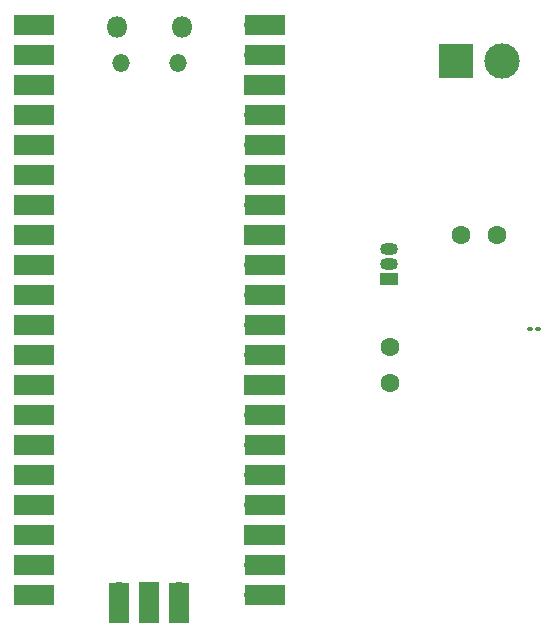
<source format=gbr>
%TF.GenerationSoftware,KiCad,Pcbnew,8.0.0*%
%TF.CreationDate,2024-03-28T11:04:24-03:00*%
%TF.ProjectId,PonderadaSemana6,506f6e64-6572-4616-9461-53656d616e61,rev?*%
%TF.SameCoordinates,Original*%
%TF.FileFunction,Soldermask,Top*%
%TF.FilePolarity,Negative*%
%FSLAX46Y46*%
G04 Gerber Fmt 4.6, Leading zero omitted, Abs format (unit mm)*
G04 Created by KiCad (PCBNEW 8.0.0) date 2024-03-28 11:04:24*
%MOMM*%
%LPD*%
G01*
G04 APERTURE LIST*
G04 Aperture macros list*
%AMRoundRect*
0 Rectangle with rounded corners*
0 $1 Rounding radius*
0 $2 $3 $4 $5 $6 $7 $8 $9 X,Y pos of 4 corners*
0 Add a 4 corners polygon primitive as box body*
4,1,4,$2,$3,$4,$5,$6,$7,$8,$9,$2,$3,0*
0 Add four circle primitives for the rounded corners*
1,1,$1+$1,$2,$3*
1,1,$1+$1,$4,$5*
1,1,$1+$1,$6,$7*
1,1,$1+$1,$8,$9*
0 Add four rect primitives between the rounded corners*
20,1,$1+$1,$2,$3,$4,$5,0*
20,1,$1+$1,$4,$5,$6,$7,0*
20,1,$1+$1,$6,$7,$8,$9,0*
20,1,$1+$1,$8,$9,$2,$3,0*%
G04 Aperture macros list end*
%ADD10RoundRect,0.100000X0.130000X0.100000X-0.130000X0.100000X-0.130000X-0.100000X0.130000X-0.100000X0*%
%ADD11O,1.800000X1.800000*%
%ADD12O,1.500000X1.500000*%
%ADD13O,1.700000X1.700000*%
%ADD14R,3.500000X1.700000*%
%ADD15R,1.700000X1.700000*%
%ADD16R,1.700000X3.500000*%
%ADD17C,1.600000*%
%ADD18R,1.500000X1.050000*%
%ADD19O,1.500000X1.050000*%
%ADD20R,3.000000X3.000000*%
%ADD21C,3.000000*%
G04 APERTURE END LIST*
D10*
%TO.C,D2*%
X157975000Y-99500000D03*
X157335000Y-99500000D03*
%TD*%
D11*
%TO.C,U2*%
X122385000Y-73870000D03*
D12*
X122685000Y-76900000D03*
X127535000Y-76900000D03*
D11*
X127835000Y-73870000D03*
D13*
X116220000Y-73740000D03*
D14*
X115320000Y-73740000D03*
D13*
X116220000Y-76280000D03*
D14*
X115320000Y-76280000D03*
D15*
X116220000Y-78820000D03*
D14*
X115320000Y-78820000D03*
D13*
X116220000Y-81360000D03*
D14*
X115320000Y-81360000D03*
D13*
X116220000Y-83900000D03*
D14*
X115320000Y-83900000D03*
D13*
X116220000Y-86440000D03*
D14*
X115320000Y-86440000D03*
D13*
X116220000Y-88980000D03*
D14*
X115320000Y-88980000D03*
D15*
X116220000Y-91520000D03*
D14*
X115320000Y-91520000D03*
D13*
X116220000Y-94060000D03*
D14*
X115320000Y-94060000D03*
D13*
X116220000Y-96600000D03*
D14*
X115320000Y-96600000D03*
D13*
X116220000Y-99140000D03*
D14*
X115320000Y-99140000D03*
D13*
X116220000Y-101680000D03*
D14*
X115320000Y-101680000D03*
D15*
X116220000Y-104220000D03*
D14*
X115320000Y-104220000D03*
D13*
X116220000Y-106760000D03*
D14*
X115320000Y-106760000D03*
D13*
X116220000Y-109300000D03*
D14*
X115320000Y-109300000D03*
D13*
X116220000Y-111840000D03*
D14*
X115320000Y-111840000D03*
D13*
X116220000Y-114380000D03*
D14*
X115320000Y-114380000D03*
D15*
X116220000Y-116920000D03*
D14*
X115320000Y-116920000D03*
D13*
X116220000Y-119460000D03*
D14*
X115320000Y-119460000D03*
D13*
X116220000Y-122000000D03*
D14*
X115320000Y-122000000D03*
D13*
X134000000Y-122000000D03*
D14*
X134900000Y-122000000D03*
D13*
X134000000Y-119460000D03*
D14*
X134900000Y-119460000D03*
D15*
X134000000Y-116920000D03*
D14*
X134900000Y-116920000D03*
D13*
X134000000Y-114380000D03*
D14*
X134900000Y-114380000D03*
D13*
X134000000Y-111840000D03*
D14*
X134900000Y-111840000D03*
D13*
X134000000Y-109300000D03*
D14*
X134900000Y-109300000D03*
D13*
X134000000Y-106760000D03*
D14*
X134900000Y-106760000D03*
D15*
X134000000Y-104220000D03*
D14*
X134900000Y-104220000D03*
D13*
X134000000Y-101680000D03*
D14*
X134900000Y-101680000D03*
D13*
X134000000Y-99140000D03*
D14*
X134900000Y-99140000D03*
D13*
X134000000Y-96600000D03*
D14*
X134900000Y-96600000D03*
D13*
X134000000Y-94060000D03*
D14*
X134900000Y-94060000D03*
D15*
X134000000Y-91520000D03*
D14*
X134900000Y-91520000D03*
D13*
X134000000Y-88980000D03*
D14*
X134900000Y-88980000D03*
D13*
X134000000Y-86440000D03*
D14*
X134900000Y-86440000D03*
D13*
X134000000Y-83900000D03*
D14*
X134900000Y-83900000D03*
D13*
X134000000Y-81360000D03*
D14*
X134900000Y-81360000D03*
D15*
X134000000Y-78820000D03*
D14*
X134900000Y-78820000D03*
D13*
X134000000Y-76280000D03*
D14*
X134900000Y-76280000D03*
D13*
X134000000Y-73740000D03*
D14*
X134900000Y-73740000D03*
D13*
X122570000Y-121770000D03*
D16*
X122570000Y-122670000D03*
D15*
X125110000Y-121770000D03*
D16*
X125110000Y-122670000D03*
D13*
X127650000Y-121770000D03*
D16*
X127650000Y-122670000D03*
%TD*%
D17*
%TO.C,R7*%
X145500000Y-104000000D03*
X145500000Y-101000000D03*
%TD*%
%TO.C,R5*%
X151500000Y-91500000D03*
X154500000Y-91500000D03*
%TD*%
D18*
%TO.C,Q2*%
X145360000Y-95270000D03*
D19*
X145360000Y-94000000D03*
X145360000Y-92730000D03*
%TD*%
D20*
%TO.C,J1*%
X151092500Y-76750000D03*
D21*
X154972500Y-76750000D03*
%TD*%
M02*

</source>
